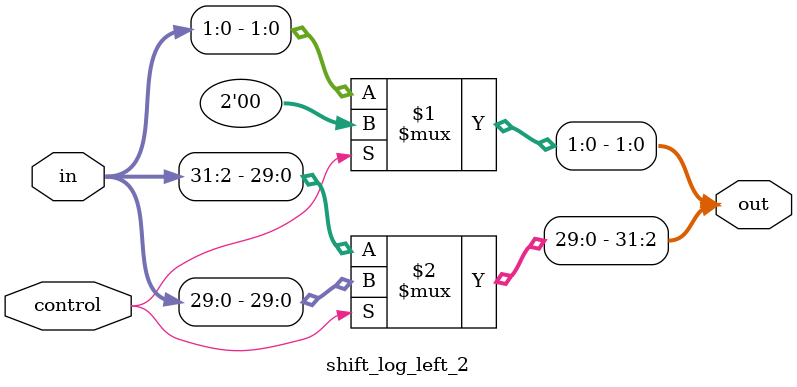
<source format=v>
module shift_log_left_2(out, in, control);
    input [31:0] in;
    input control;
    output [31:0] out;

    assign out[1:0] = control ? 2'b00 : in[1:0];
    assign out[31:2] = control ? in[29:0] : in[31:2];
endmodule
</source>
